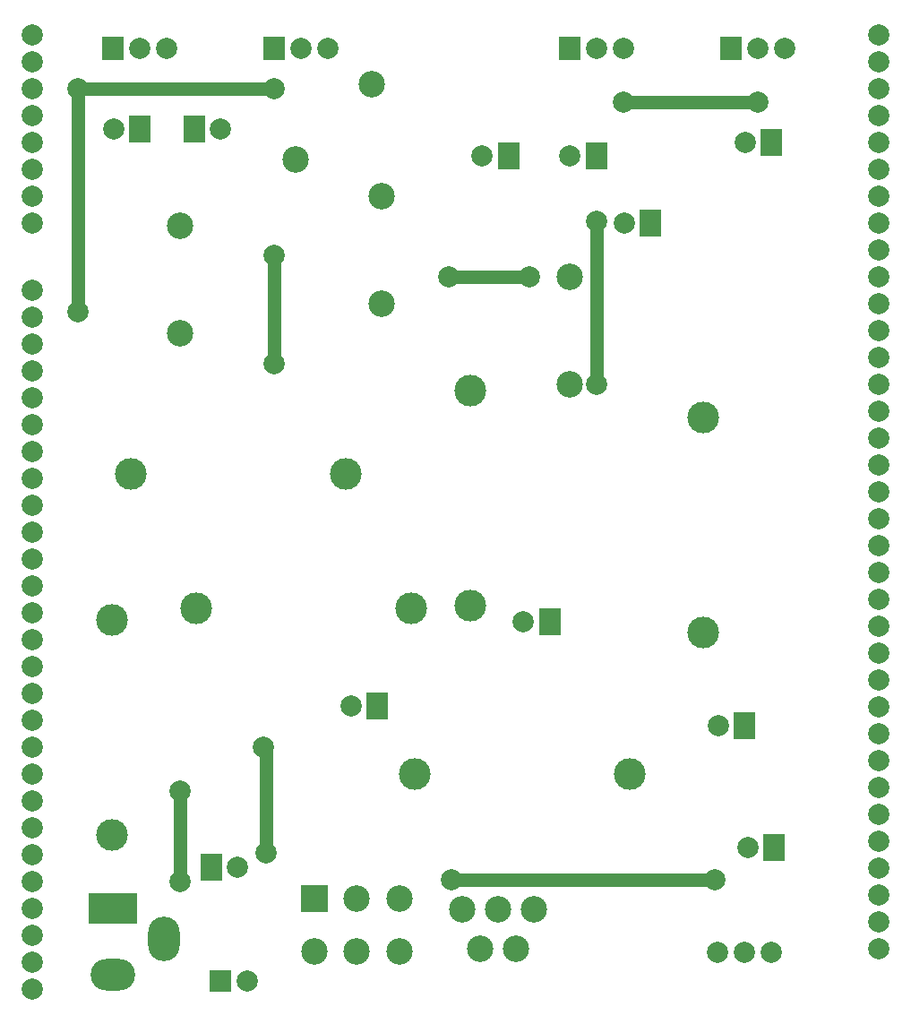
<source format=gbr>
%TF.GenerationSoftware,KiCad,Pcbnew,7.0.5-7.0.5~ubuntu22.04.1*%
%TF.CreationDate,2023-06-13T13:59:48-03:00*%
%TF.ProjectId,Fonte_tensao_LM675,466f6e74-655f-4746-956e-73616f5f4c4d,v01*%
%TF.SameCoordinates,Original*%
%TF.FileFunction,Copper,L1,Top*%
%TF.FilePolarity,Positive*%
%FSLAX46Y46*%
G04 Gerber Fmt 4.6, Leading zero omitted, Abs format (unit mm)*
G04 Created by KiCad (PCBNEW 7.0.5-7.0.5~ubuntu22.04.1) date 2023-06-13 13:59:48*
%MOMM*%
%LPD*%
G01*
G04 APERTURE LIST*
%TA.AperFunction,ComponentPad*%
%ADD10R,4.600000X3.000000*%
%TD*%
%TA.AperFunction,ComponentPad*%
%ADD11O,4.200000X3.000000*%
%TD*%
%TA.AperFunction,ComponentPad*%
%ADD12O,3.000000X4.200000*%
%TD*%
%TA.AperFunction,ComponentPad*%
%ADD13C,2.500000*%
%TD*%
%TA.AperFunction,ComponentPad*%
%ADD14C,2.000000*%
%TD*%
%TA.AperFunction,ComponentPad*%
%ADD15R,2.000000X2.500000*%
%TD*%
%TA.AperFunction,ComponentPad*%
%ADD16C,3.000000*%
%TD*%
%TA.AperFunction,ComponentPad*%
%ADD17R,2.000000X2.300000*%
%TD*%
%TA.AperFunction,ComponentPad*%
%ADD18R,2.500000X2.500000*%
%TD*%
%TA.AperFunction,ComponentPad*%
%ADD19R,2.000000X2.100000*%
%TD*%
%TA.AperFunction,ViaPad*%
%ADD20C,2.000000*%
%TD*%
%TA.AperFunction,Conductor*%
%ADD21C,1.270000*%
%TD*%
G04 APERTURE END LIST*
D10*
%TO.P,J1,1*%
%TO.N,Net-(J1-Pad1)*%
X114300000Y-139700000D03*
D11*
%TO.P,J1,2*%
%TO.N,GND*%
X114300000Y-146000000D03*
D12*
%TO.P,J1,3*%
%TO.N,N/C*%
X119100000Y-142600000D03*
%TD*%
D13*
%TO.P,U3,1,+*%
%TO.N,Net-(U3-+)*%
X154100000Y-139800000D03*
%TO.P,U3,2,-*%
%TO.N,Net-(U3--)*%
X152400000Y-143500000D03*
%TO.P,U3,3,V-*%
%TO.N,Net-(U3-V-)*%
X150700000Y-139800000D03*
%TO.P,U3,4*%
%TO.N,Earth*%
X149000000Y-143500000D03*
%TO.P,U3,5,V+*%
%TO.N,VCC*%
X147300000Y-139800000D03*
%TD*%
D14*
%TO.P,C2,1*%
%TO.N,Earth*%
X157480000Y-68580000D03*
D15*
%TO.P,C2,2*%
%TO.N,GND*%
X159980000Y-68580000D03*
%TD*%
D14*
%TO.P,C6,1*%
%TO.N,Net-(U3-V-)*%
X136800000Y-120600000D03*
D15*
%TO.P,C6,2*%
%TO.N,GND*%
X139300000Y-120600000D03*
%TD*%
D16*
%TO.P,R1,1*%
%TO.N,VCC*%
X114200000Y-112440000D03*
%TO.P,R1,2*%
%TO.N,Net-(D5-A)*%
X114200000Y-132760000D03*
%TD*%
D13*
%TO.P,D2,1,K*%
%TO.N,Earth*%
X157480000Y-90170000D03*
%TO.P,D2,2,A*%
%TO.N,-9V*%
X157480000Y-80010000D03*
%TD*%
D17*
%TO.P,U1,1,IN*%
%TO.N,VCC*%
X114300000Y-58420000D03*
D14*
%TO.P,U1,2,GND*%
%TO.N,Earth*%
X116840000Y-58420000D03*
%TO.P,U1,3,OUT*%
%TO.N,+9V*%
X119380000Y-58420000D03*
%TD*%
D13*
%TO.P,D4,1,K*%
%TO.N,Earth*%
X120650000Y-85344000D03*
%TO.P,D4,2,A*%
%TO.N,-5V*%
X120650000Y-75184000D03*
%TD*%
D14*
%TO.P,C10,1*%
%TO.N,VCC*%
X174308888Y-133985000D03*
D15*
%TO.P,C10,2*%
%TO.N,Earth*%
X176808888Y-133985000D03*
%TD*%
D14*
%TO.P,J3,1,Pin_1*%
%TO.N,SINC*%
X186690000Y-57150000D03*
%TO.P,J3,2,Pin_2*%
%TO.N,SPI_COPI*%
X186690000Y-59690000D03*
%TO.P,J3,3,Pin_3*%
%TO.N,SPI_CIPO*%
X186690000Y-62230000D03*
%TO.P,J3,4,Pin_4*%
%TO.N,SPI_clk*%
X186690000Y-64770000D03*
%TO.P,J3,5,Pin_5*%
%TO.N,CS (AD9833)*%
X186690000Y-67310000D03*
%TO.P,J3,6,Pin_6*%
%TO.N,CS (X9c10x)*%
X186690000Y-69850000D03*
%TO.P,J3,7,Pin_7*%
%TO.N,unconnected-(J3-Pin_7-Pad7)*%
X186690000Y-72390000D03*
%TO.P,J3,8,Pin_8*%
%TO.N,unconnected-(J3-Pin_8-Pad8)*%
X186690000Y-74930000D03*
%TO.P,J3,9,Pin_9*%
%TO.N,unconnected-(J3-Pin_9-Pad9)*%
X186690000Y-77470000D03*
%TO.P,J3,10,Pin_10*%
%TO.N,unconnected-(J3-Pin_10-Pad10)*%
X186690000Y-80010000D03*
%TO.P,J3,11,Pin_11*%
%TO.N,unconnected-(J3-Pin_11-Pad11)*%
X186690000Y-82550000D03*
%TO.P,J3,12,Pin_12*%
%TO.N,unconnected-(J3-Pin_12-Pad12)*%
X186690000Y-85090000D03*
%TO.P,J3,13,Pin_13*%
%TO.N,unconnected-(J3-Pin_13-Pad13)*%
X186690000Y-87630000D03*
%TO.P,J3,14,Pin_14*%
%TO.N,unconnected-(J3-Pin_14-Pad14)*%
X186690000Y-90170000D03*
%TO.P,J3,15,Pin_15*%
%TO.N,unconnected-(J3-Pin_15-Pad15)*%
X186690000Y-92710000D03*
%TO.P,J3,16,Pin_16*%
%TO.N,unconnected-(J3-Pin_16-Pad16)*%
X186690000Y-95250000D03*
%TO.P,J3,17,Pin_17*%
%TO.N,unconnected-(J3-Pin_17-Pad17)*%
X186690000Y-97790000D03*
%TO.P,J3,18,Pin_18*%
%TO.N,unconnected-(J3-Pin_18-Pad18)*%
X186690000Y-100330000D03*
%TO.P,J3,19,Pin_19*%
%TO.N,unconnected-(J3-Pin_19-Pad19)*%
X186690000Y-102870000D03*
%TO.P,J3,20,Pin_20*%
%TO.N,unconnected-(J3-Pin_20-Pad20)*%
X186690000Y-105410000D03*
%TO.P,J3,21,Pin_21*%
%TO.N,unconnected-(J3-Pin_21-Pad21)*%
X186690000Y-107950000D03*
%TO.P,J3,22,Pin_22*%
%TO.N,unconnected-(J3-Pin_22-Pad22)*%
X186690000Y-110490000D03*
%TO.P,J3,23,Pin_23*%
%TO.N,unconnected-(J3-Pin_23-Pad23)*%
X186690000Y-113030000D03*
%TO.P,J3,24,Pin_24*%
%TO.N,unconnected-(J3-Pin_24-Pad24)*%
X186690000Y-115570000D03*
%TO.P,J3,25,Pin_25*%
%TO.N,unconnected-(J3-Pin_25-Pad25)*%
X186690000Y-118110000D03*
%TO.P,J3,26,Pin_26*%
%TO.N,unconnected-(J3-Pin_26-Pad26)*%
X186690000Y-120650000D03*
%TO.P,J3,27,Pin_27*%
%TO.N,unconnected-(J3-Pin_27-Pad27)*%
X186690000Y-123190000D03*
%TO.P,J3,28,Pin_28*%
%TO.N,unconnected-(J3-Pin_28-Pad28)*%
X186690000Y-125730000D03*
%TO.P,J3,29,Pin_29*%
%TO.N,unconnected-(J3-Pin_29-Pad29)*%
X186690000Y-128270000D03*
%TO.P,J3,30,Pin_30*%
%TO.N,SCL3*%
X186690000Y-130810000D03*
%TO.P,J3,31,Pin_31*%
%TO.N,SDA3*%
X186690000Y-133350000D03*
%TO.P,J3,32,Pin_32*%
%TO.N,SCL2*%
X186690000Y-135890000D03*
%TO.P,J3,33,Pin_33*%
%TO.N,SDA2*%
X186690000Y-138430000D03*
%TO.P,J3,34,Pin_34*%
%TO.N,SCL1*%
X186690000Y-140970000D03*
%TO.P,J3,35,Pin_35*%
%TO.N,SDA1*%
X186690000Y-143510000D03*
%TD*%
D16*
%TO.P,R4,1*%
%TO.N,Net-(U3-+)*%
X142840000Y-127000000D03*
%TO.P,R4,2*%
%TO.N,Net-(U3--)*%
X163160000Y-127000000D03*
%TD*%
D14*
%TO.P,U6,1,GND*%
%TO.N,Earth*%
X176540000Y-143855000D03*
%TO.P,U6,2,VO*%
%TO.N,+3.3V*%
X174000000Y-143855000D03*
%TO.P,U6,3,VI*%
%TO.N,VCC*%
X171460000Y-143855000D03*
%TD*%
%TO.P,C9,1*%
%TO.N,Earth*%
X174030000Y-67310000D03*
D15*
%TO.P,C9,2*%
%TO.N,-5V*%
X176530000Y-67310000D03*
%TD*%
D16*
%TO.P,R5,1*%
%TO.N,Net-(U3--)*%
X170053000Y-113665000D03*
%TO.P,R5,2*%
%TO.N,Earth*%
X170053000Y-93345000D03*
%TD*%
D17*
%TO.P,U2,1,GND*%
%TO.N,Earth*%
X157480000Y-58420000D03*
D14*
%TO.P,U2,2,VI*%
%TO.N,GND*%
X160020000Y-58420000D03*
%TO.P,U2,3,VO*%
%TO.N,-9V*%
X162560000Y-58420000D03*
%TD*%
%TO.P,C8,1*%
%TO.N,+5V*%
X149194888Y-68580000D03*
D15*
%TO.P,C8,2*%
%TO.N,Earth*%
X151694888Y-68580000D03*
%TD*%
D14*
%TO.P,J4,1,Pin_1*%
%TO.N,Earth*%
X106680000Y-57150000D03*
%TO.P,J4,2,Pin_2*%
%TO.N,VCC*%
X106680000Y-59690000D03*
%TO.P,J4,3,Pin_3*%
%TO.N,GND*%
X106680000Y-62230000D03*
%TO.P,J4,4,Pin_4*%
%TO.N,+9V*%
X106680000Y-64770000D03*
%TO.P,J4,5,Pin_5*%
%TO.N,-9V*%
X106680000Y-67310000D03*
%TO.P,J4,6,Pin_6*%
%TO.N,+5V*%
X106680000Y-69850000D03*
%TO.P,J4,7,Pin_7*%
%TO.N,-5V*%
X106680000Y-72390000D03*
%TO.P,J4,8,Pin_8*%
%TO.N,+3.3V*%
X106680000Y-74930000D03*
%TD*%
%TO.P,J2,1,Pin_1*%
%TO.N,unconnected-(J2-Pin_1-Pad1)*%
X106680000Y-81280000D03*
%TO.P,J2,2,Pin_2*%
%TO.N,unconnected-(J2-Pin_2-Pad2)*%
X106680000Y-83820000D03*
%TO.P,J2,3,Pin_3*%
%TO.N,unconnected-(J2-Pin_3-Pad3)*%
X106680000Y-86360000D03*
%TO.P,J2,4,Pin_4*%
%TO.N,unconnected-(J2-Pin_4-Pad4)*%
X106680000Y-88900000D03*
%TO.P,J2,5,Pin_5*%
%TO.N,unconnected-(J2-Pin_5-Pad5)*%
X106680000Y-91440000D03*
%TO.P,J2,6,Pin_6*%
%TO.N,unconnected-(J2-Pin_6-Pad6)*%
X106680000Y-93980000D03*
%TO.P,J2,7,Pin_7*%
%TO.N,unconnected-(J2-Pin_7-Pad7)*%
X106680000Y-96520000D03*
%TO.P,J2,8,Pin_8*%
%TO.N,unconnected-(J2-Pin_8-Pad8)*%
X106680000Y-99060000D03*
%TO.P,J2,9,Pin_9*%
%TO.N,unconnected-(J2-Pin_9-Pad9)*%
X106680000Y-101600000D03*
%TO.P,J2,10,Pin_10*%
%TO.N,unconnected-(J2-Pin_10-Pad10)*%
X106680000Y-104140000D03*
%TO.P,J2,11,Pin_11*%
%TO.N,unconnected-(J2-Pin_11-Pad11)*%
X106680000Y-106680000D03*
%TO.P,J2,12,Pin_12*%
%TO.N,unconnected-(J2-Pin_12-Pad12)*%
X106680000Y-109220000D03*
%TO.P,J2,13,Pin_13*%
%TO.N,unconnected-(J2-Pin_13-Pad13)*%
X106680000Y-111760000D03*
%TO.P,J2,14,Pin_14*%
%TO.N,unconnected-(J2-Pin_14-Pad14)*%
X106680000Y-114300000D03*
%TO.P,J2,15,Pin_15*%
%TO.N,unconnected-(J2-Pin_15-Pad15)*%
X106680000Y-116840000D03*
%TO.P,J2,16,Pin_16*%
%TO.N,unconnected-(J2-Pin_16-Pad16)*%
X106680000Y-119380000D03*
%TO.P,J2,17,Pin_17*%
%TO.N,unconnected-(J2-Pin_17-Pad17)*%
X106680000Y-121920000D03*
%TO.P,J2,18,Pin_18*%
%TO.N,unconnected-(J2-Pin_18-Pad18)*%
X106680000Y-124460000D03*
%TO.P,J2,19,Pin_19*%
%TO.N,unconnected-(J2-Pin_19-Pad19)*%
X106680000Y-127000000D03*
%TO.P,J2,20,Pin_20*%
%TO.N,I1*%
X106680000Y-129540000D03*
%TO.P,J2,21,Pin_21*%
%TO.N,I2*%
X106680000Y-132080000D03*
%TO.P,J2,22,Pin_22*%
%TO.N,Ampl1*%
X106680000Y-134620000D03*
%TO.P,J2,23,Pin_23*%
%TO.N,Ampl2*%
X106680000Y-137160000D03*
%TO.P,J2,24,Pin_24*%
%TO.N,Sin1*%
X106680000Y-139700000D03*
%TO.P,J2,25,Pin_25*%
%TO.N,Sin2*%
X106680000Y-142240000D03*
%TO.P,J2,26,Pin_26*%
%TO.N,SinA*%
X106680000Y-144780000D03*
%TO.P,J2,27,Pin_27*%
%TO.N,SinB*%
X106680000Y-147320000D03*
%TD*%
D18*
%TO.P,SW1,1,A*%
%TO.N,unconnected-(SW1-A-Pad1)*%
X133350000Y-138764000D03*
D13*
%TO.P,SW1,2,B*%
%TO.N,Net-(J1-Pad1)*%
X137350000Y-138764000D03*
%TO.P,SW1,3,C*%
%TO.N,VCC*%
X141350000Y-138764000D03*
%TO.P,SW1,4,A*%
%TO.N,unconnected-(SW1-A-Pad4)*%
X133350000Y-143764000D03*
%TO.P,SW1,5,B*%
%TO.N,unconnected-(SW1-B-Pad5)*%
X137350000Y-143764000D03*
%TO.P,SW1,6,C*%
%TO.N,unconnected-(SW1-C-Pad6)*%
X141350000Y-143764000D03*
%TD*%
D16*
%TO.P,R2,1*%
%TO.N,VCC*%
X122174000Y-111379000D03*
%TO.P,R2,2*%
%TO.N,Net-(U3-+)*%
X142494000Y-111379000D03*
%TD*%
D17*
%TO.P,U4,1,IN*%
%TO.N,VCC*%
X129540000Y-58420000D03*
D14*
%TO.P,U4,2,GND*%
%TO.N,Earth*%
X132080000Y-58420000D03*
%TO.P,U4,3,OUT*%
%TO.N,+5V*%
X134620000Y-58420000D03*
%TD*%
%TO.P,C5,1*%
%TO.N,Earth*%
X162600000Y-74930000D03*
D15*
%TO.P,C5,2*%
%TO.N,-9V*%
X165100000Y-74930000D03*
%TD*%
D17*
%TO.P,U5,1,GND*%
%TO.N,Earth*%
X172720000Y-58420000D03*
D14*
%TO.P,U5,2,VI*%
%TO.N,GND*%
X175260000Y-58420000D03*
%TO.P,U5,3,VO*%
%TO.N,-5V*%
X177800000Y-58420000D03*
%TD*%
%TO.P,C7,1*%
%TO.N,Net-(C7-Pad1)*%
X153100000Y-112600000D03*
D15*
%TO.P,C7,2*%
%TO.N,GND*%
X155600000Y-112600000D03*
%TD*%
D14*
%TO.P,C1,1*%
%TO.N,VCC*%
X114340000Y-66040000D03*
D15*
%TO.P,C1,2*%
%TO.N,Earth*%
X116840000Y-66040000D03*
%TD*%
D16*
%TO.P,R3,1*%
%TO.N,Net-(U3-+)*%
X148082000Y-111125000D03*
%TO.P,R3,2*%
%TO.N,GND*%
X148082000Y-90805000D03*
%TD*%
D13*
%TO.P,D3,1,K*%
%TO.N,+5V*%
X139700000Y-72390000D03*
%TO.P,D3,2,A*%
%TO.N,Earth*%
X139700000Y-82550000D03*
%TD*%
D14*
%TO.P,C11,1*%
%TO.N,+3.3V*%
X171500000Y-122400000D03*
D15*
%TO.P,C11,2*%
%TO.N,Earth*%
X174000000Y-122400000D03*
%TD*%
D14*
%TO.P,C3,1*%
%TO.N,VCC*%
X126100000Y-135800000D03*
D15*
%TO.P,C3,2*%
%TO.N,GND*%
X123600000Y-135800000D03*
%TD*%
D16*
%TO.P,R6,1*%
%TO.N,Earth*%
X116000000Y-98600000D03*
%TO.P,R6,2*%
%TO.N,Net-(C7-Pad1)*%
X136320000Y-98600000D03*
%TD*%
D14*
%TO.P,C4,1*%
%TO.N,+9V*%
X124460000Y-66040000D03*
D15*
%TO.P,C4,2*%
%TO.N,Earth*%
X121960000Y-66040000D03*
%TD*%
D13*
%TO.P,D1,1,K*%
%TO.N,+9V*%
X131572000Y-68961000D03*
%TO.P,D1,2,A*%
%TO.N,Earth*%
X138756205Y-61776795D03*
%TD*%
D14*
%TO.P,D5,2,A*%
%TO.N,Net-(D5-A)*%
X127000000Y-146600000D03*
D19*
%TO.P,D5,1,K*%
%TO.N,GND*%
X124460000Y-146600000D03*
%TD*%
D20*
%TO.N,VCC*%
X110998000Y-62230000D03*
X171196000Y-137033000D03*
X129540000Y-62230000D03*
X146304000Y-137033000D03*
X110998000Y-83312000D03*
X128524000Y-124460000D03*
X128778000Y-134493000D03*
%TO.N,GND*%
X175260000Y-63500000D03*
X162560000Y-63500000D03*
X120650000Y-128651000D03*
X120650000Y-137160000D03*
%TO.N,Earth*%
X160020000Y-74803000D03*
X160020000Y-90170000D03*
%TO.N,-9V*%
X153670000Y-80010000D03*
X146050000Y-80010000D03*
%TO.N,+3.3V*%
X129540000Y-77978000D03*
X129540000Y-88265000D03*
%TD*%
D21*
%TO.N,VCC*%
X128524000Y-124460000D02*
X128778000Y-124714000D01*
X110998000Y-62230000D02*
X110998000Y-83312000D01*
X146304000Y-137033000D02*
X171196000Y-137033000D01*
X128778000Y-124714000D02*
X128778000Y-134493000D01*
X110998000Y-62230000D02*
X129540000Y-62230000D01*
%TO.N,GND*%
X120650000Y-128651000D02*
X120650000Y-137160000D01*
X175260000Y-63500000D02*
X162560000Y-63500000D01*
%TO.N,Earth*%
X160020000Y-74803000D02*
X160020000Y-90170000D01*
%TO.N,-9V*%
X153670000Y-80010000D02*
X146050000Y-80010000D01*
%TO.N,+3.3V*%
X129540000Y-77978000D02*
X129540000Y-88265000D01*
%TD*%
M02*

</source>
